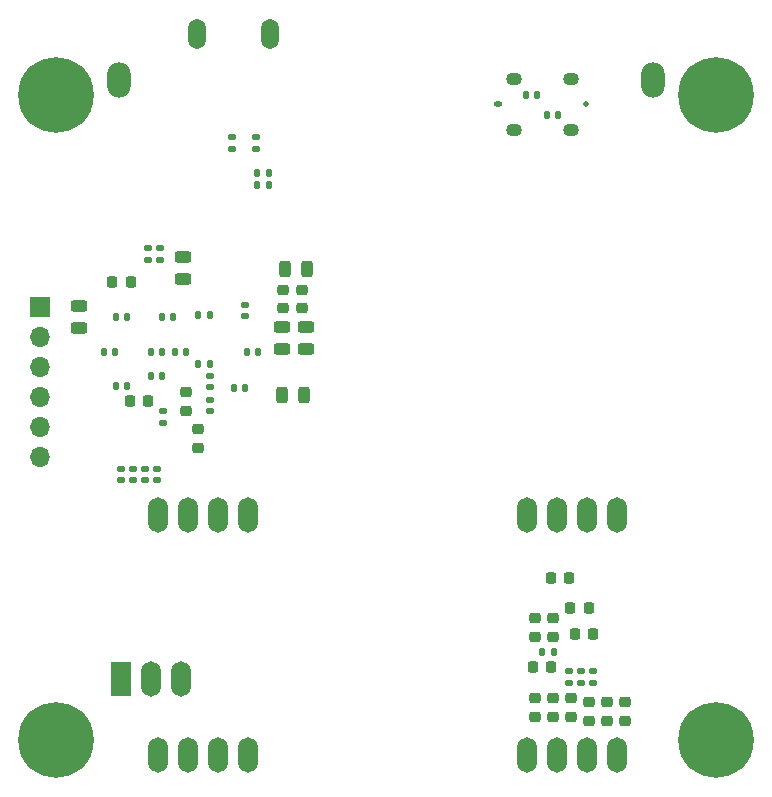
<source format=gbr>
%TF.GenerationSoftware,KiCad,Pcbnew,9.0.6*%
%TF.CreationDate,2025-12-06T17:10:21+01:00*%
%TF.ProjectId,hd_64_v0,68645f36-345f-4763-902e-6b696361645f,0.3*%
%TF.SameCoordinates,PX4737720PY55fe290*%
%TF.FileFunction,Soldermask,Bot*%
%TF.FilePolarity,Negative*%
%FSLAX46Y46*%
G04 Gerber Fmt 4.6, Leading zero omitted, Abs format (unit mm)*
G04 Created by KiCad (PCBNEW 9.0.6) date 2025-12-06 17:10:21*
%MOMM*%
%LPD*%
G01*
G04 APERTURE LIST*
G04 Aperture macros list*
%AMRoundRect*
0 Rectangle with rounded corners*
0 $1 Rounding radius*
0 $2 $3 $4 $5 $6 $7 $8 $9 X,Y pos of 4 corners*
0 Add a 4 corners polygon primitive as box body*
4,1,4,$2,$3,$4,$5,$6,$7,$8,$9,$2,$3,0*
0 Add four circle primitives for the rounded corners*
1,1,$1+$1,$2,$3*
1,1,$1+$1,$4,$5*
1,1,$1+$1,$6,$7*
1,1,$1+$1,$8,$9*
0 Add four rect primitives between the rounded corners*
20,1,$1+$1,$2,$3,$4,$5,0*
20,1,$1+$1,$4,$5,$6,$7,0*
20,1,$1+$1,$6,$7,$8,$9,0*
20,1,$1+$1,$8,$9,$2,$3,0*%
G04 Aperture macros list end*
%ADD10O,2.000000X3.000000*%
%ADD11C,6.400000*%
%ADD12C,0.508000*%
%ADD13O,0.710000X0.508000*%
%ADD14O,1.346200X1.092200*%
%ADD15O,1.700000X3.000000*%
%ADD16O,1.500000X2.550000*%
%ADD17R,1.700000X1.700000*%
%ADD18O,1.700000X1.700000*%
%ADD19R,1.700000X3.000000*%
%ADD20RoundRect,0.243750X-0.456250X0.243750X-0.456250X-0.243750X0.456250X-0.243750X0.456250X0.243750X0*%
%ADD21RoundRect,0.147500X-0.147500X-0.172500X0.147500X-0.172500X0.147500X0.172500X-0.147500X0.172500X0*%
%ADD22RoundRect,0.147500X0.172500X-0.147500X0.172500X0.147500X-0.172500X0.147500X-0.172500X-0.147500X0*%
%ADD23RoundRect,0.147500X-0.172500X0.147500X-0.172500X-0.147500X0.172500X-0.147500X0.172500X0.147500X0*%
%ADD24RoundRect,0.147500X0.147500X0.172500X-0.147500X0.172500X-0.147500X-0.172500X0.147500X-0.172500X0*%
%ADD25RoundRect,0.218750X-0.256250X0.218750X-0.256250X-0.218750X0.256250X-0.218750X0.256250X0.218750X0*%
%ADD26RoundRect,0.218750X-0.218750X-0.256250X0.218750X-0.256250X0.218750X0.256250X-0.218750X0.256250X0*%
%ADD27RoundRect,0.218750X0.218750X0.256250X-0.218750X0.256250X-0.218750X-0.256250X0.218750X-0.256250X0*%
%ADD28RoundRect,0.243750X0.243750X0.456250X-0.243750X0.456250X-0.243750X-0.456250X0.243750X-0.456250X0*%
%ADD29RoundRect,0.218750X0.256250X-0.218750X0.256250X0.218750X-0.256250X0.218750X-0.256250X-0.218750X0*%
%ADD30RoundRect,0.243750X0.456250X-0.243750X0.456250X0.243750X-0.456250X0.243750X-0.456250X-0.243750X0*%
%ADD31RoundRect,0.243750X-0.243750X-0.456250X0.243750X-0.456250X0.243750X0.456250X-0.243750X0.456250X0*%
G04 APERTURE END LIST*
D10*
X54356000Y59690000D03*
D11*
X59690000Y3810000D03*
D12*
X48708000Y57658000D03*
D13*
X41208000Y57658000D03*
D14*
X47358000Y55507999D03*
X42558000Y55507999D03*
X47358000Y59808001D03*
X42558000Y59808001D03*
D15*
X20066000Y2540000D03*
X17526000Y2540000D03*
X14986000Y2540000D03*
X12446000Y2540000D03*
D11*
X59690000Y58420000D03*
D15*
X51308000Y22860000D03*
X48768000Y22860000D03*
X46228000Y22860000D03*
X43688000Y22860000D03*
D10*
X9144000Y59690000D03*
D16*
X21896000Y63627000D03*
X15696000Y63627000D03*
D15*
X51308000Y2540000D03*
X48768000Y2540000D03*
X46228000Y2540000D03*
X43688000Y2540000D03*
D11*
X3810000Y3810000D03*
D17*
X2438000Y40488000D03*
D18*
X2438000Y37948000D03*
X2438000Y35408000D03*
X2438000Y32868000D03*
X2438000Y30328000D03*
X2438000Y27788000D03*
D15*
X20066000Y22860000D03*
X17526000Y22860000D03*
X14986000Y22860000D03*
X12446000Y22860000D03*
D19*
X9271000Y9017000D03*
D15*
X11811000Y9017000D03*
X14351000Y9017000D03*
D11*
X3810000Y58420000D03*
D20*
X24924000Y38807500D03*
X24924000Y36932500D03*
D21*
X45362000Y56769000D03*
X46332000Y56769000D03*
X15839000Y35670000D03*
X16809000Y35670000D03*
X18839000Y33670000D03*
X19809000Y33670000D03*
D22*
X12824000Y30685000D03*
X12824000Y31655000D03*
D23*
X12319000Y26774000D03*
X12319000Y25804000D03*
D21*
X7839000Y36670000D03*
X8809000Y36670000D03*
D24*
X20909000Y36670000D03*
X19939000Y36670000D03*
D25*
X50419000Y7010500D03*
X50419000Y5435500D03*
D23*
X47244000Y9629000D03*
X47244000Y8659000D03*
X19824000Y40655000D03*
X19824000Y39685000D03*
D24*
X12804000Y34670000D03*
X11834000Y34670000D03*
D25*
X44323000Y7391500D03*
X44323000Y5816500D03*
D24*
X12809000Y36670000D03*
X11839000Y36670000D03*
D26*
X47345500Y14986000D03*
X48920500Y14986000D03*
D22*
X18669000Y53871000D03*
X18669000Y54841000D03*
D23*
X11624000Y45455000D03*
X11624000Y44485000D03*
D27*
X10111500Y42570000D03*
X8536500Y42570000D03*
X11611500Y32570000D03*
X10036500Y32570000D03*
D26*
X45694500Y17526000D03*
X47269500Y17526000D03*
D23*
X9271000Y26774000D03*
X9271000Y25804000D03*
X49276000Y9629000D03*
X49276000Y8659000D03*
X10287000Y26774000D03*
X10287000Y25804000D03*
D20*
X22924000Y38807500D03*
X22924000Y36932500D03*
D28*
X25061500Y43670000D03*
X23186500Y43670000D03*
D24*
X14809000Y36670000D03*
X13839000Y36670000D03*
X9809000Y33770000D03*
X8839000Y33770000D03*
D22*
X20701000Y53871000D03*
X20701000Y54841000D03*
D29*
X23024000Y40382500D03*
X23024000Y41957500D03*
D25*
X45847000Y14122500D03*
X45847000Y12547500D03*
X51943000Y7010500D03*
X51943000Y5435500D03*
D24*
X9809000Y39670000D03*
X8839000Y39670000D03*
D26*
X47726500Y12827000D03*
X49301500Y12827000D03*
D23*
X11303000Y26774000D03*
X11303000Y25804000D03*
D21*
X44981000Y11303000D03*
X45951000Y11303000D03*
D20*
X5724000Y40607500D03*
X5724000Y38732500D03*
D29*
X24624000Y40382500D03*
X24624000Y41957500D03*
D23*
X12624000Y45455000D03*
X12624000Y44485000D03*
D25*
X48895000Y7010500D03*
X48895000Y5435500D03*
D21*
X20851000Y51816000D03*
X21821000Y51816000D03*
D29*
X45847000Y5816500D03*
X45847000Y7391500D03*
D23*
X16824000Y34655000D03*
X16824000Y33685000D03*
D24*
X16809000Y39770000D03*
X15839000Y39770000D03*
X44554000Y58420000D03*
X43584000Y58420000D03*
D21*
X12739000Y39670000D03*
X13709000Y39670000D03*
D25*
X44323000Y14122500D03*
X44323000Y12547500D03*
D30*
X14524000Y42832500D03*
X14524000Y44707500D03*
D29*
X47371000Y5816500D03*
X47371000Y7391500D03*
D23*
X48260000Y9629000D03*
X48260000Y8659000D03*
X16824000Y32655000D03*
X16824000Y31685000D03*
D31*
X22886500Y33070000D03*
X24761500Y33070000D03*
D29*
X14824000Y31682500D03*
X14824000Y33257500D03*
D21*
X20839000Y50800000D03*
X21809000Y50800000D03*
D25*
X15824000Y30157500D03*
X15824000Y28582500D03*
D26*
X44170500Y10033000D03*
X45745500Y10033000D03*
M02*

</source>
